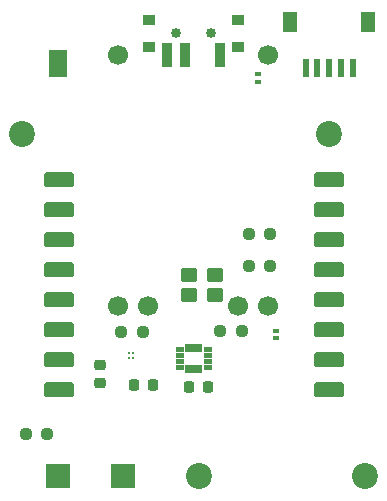
<source format=gts>
G04 #@! TF.GenerationSoftware,KiCad,Pcbnew,9.0.2*
G04 #@! TF.CreationDate,2025-06-28T15:28:43-07:00*
G04 #@! TF.ProjectId,bert_slime_tracker,62657274-5f73-46c6-996d-655f74726163,rev?*
G04 #@! TF.SameCoordinates,Original*
G04 #@! TF.FileFunction,Soldermask,Top*
G04 #@! TF.FilePolarity,Negative*
%FSLAX46Y46*%
G04 Gerber Fmt 4.6, Leading zero omitted, Abs format (unit mm)*
G04 Created by KiCad (PCBNEW 9.0.2) date 2025-06-28 15:28:43*
%MOMM*%
%LPD*%
G01*
G04 APERTURE LIST*
G04 Aperture macros list*
%AMRoundRect*
0 Rectangle with rounded corners*
0 $1 Rounding radius*
0 $2 $3 $4 $5 $6 $7 $8 $9 X,Y pos of 4 corners*
0 Add a 4 corners polygon primitive as box body*
4,1,4,$2,$3,$4,$5,$6,$7,$8,$9,$2,$3,0*
0 Add four circle primitives for the rounded corners*
1,1,$1+$1,$2,$3*
1,1,$1+$1,$4,$5*
1,1,$1+$1,$6,$7*
1,1,$1+$1,$8,$9*
0 Add four rect primitives between the rounded corners*
20,1,$1+$1,$2,$3,$4,$5,0*
20,1,$1+$1,$4,$5,$6,$7,0*
20,1,$1+$1,$6,$7,$8,$9,0*
20,1,$1+$1,$8,$9,$2,$3,0*%
G04 Aperture macros list end*
%ADD10C,0.010000*%
%ADD11R,1.500000X1.000000*%
%ADD12R,0.600000X0.400000*%
%ADD13C,0.250000*%
%ADD14RoundRect,0.237500X0.250000X0.237500X-0.250000X0.237500X-0.250000X-0.237500X0.250000X-0.237500X0*%
%ADD15RoundRect,0.225000X0.225000X0.250000X-0.225000X0.250000X-0.225000X-0.250000X0.225000X-0.250000X0*%
%ADD16C,2.200000*%
%ADD17RoundRect,0.237500X-0.250000X-0.237500X0.250000X-0.237500X0.250000X0.237500X-0.250000X0.237500X0*%
%ADD18R,0.600000X1.550000*%
%ADD19R,1.200000X1.800000*%
%ADD20R,2.000000X2.000000*%
%ADD21RoundRect,0.190500X-1.079500X-0.444500X1.079500X-0.444500X1.079500X0.444500X-1.079500X0.444500X0*%
%ADD22RoundRect,0.225000X-0.250000X0.225000X-0.250000X-0.225000X0.250000X-0.225000X0.250000X0.225000X0*%
%ADD23C,1.700000*%
%ADD24C,0.850000*%
%ADD25R,0.900000X2.000000*%
%ADD26R,1.100000X0.930000*%
%ADD27RoundRect,0.250000X0.450000X0.350000X-0.450000X0.350000X-0.450000X-0.350000X0.450000X-0.350000X0*%
G04 APERTURE END LIST*
G36*
X129250000Y-74400000D02*
G01*
X127750000Y-74400000D01*
X127750000Y-74700000D01*
X129250000Y-74700000D01*
X129250000Y-74400000D01*
G37*
D10*
X139125000Y-98925000D02*
X138550000Y-98925000D01*
X138550000Y-98575000D01*
X139125000Y-98575000D01*
X139125000Y-98925000D01*
G36*
X139125000Y-98925000D02*
G01*
X138550000Y-98925000D01*
X138550000Y-98575000D01*
X139125000Y-98575000D01*
X139125000Y-98925000D01*
G37*
X139125000Y-99425000D02*
X138550000Y-99425000D01*
X138550000Y-99075000D01*
X139125000Y-99075000D01*
X139125000Y-99425000D01*
G36*
X139125000Y-99425000D02*
G01*
X138550000Y-99425000D01*
X138550000Y-99075000D01*
X139125000Y-99075000D01*
X139125000Y-99425000D01*
G37*
X139125000Y-99925000D02*
X138550000Y-99925000D01*
X138550000Y-99575000D01*
X139125000Y-99575000D01*
X139125000Y-99925000D01*
G36*
X139125000Y-99925000D02*
G01*
X138550000Y-99925000D01*
X138550000Y-99575000D01*
X139125000Y-99575000D01*
X139125000Y-99925000D01*
G37*
X139125000Y-100425000D02*
X138550000Y-100425000D01*
X138550000Y-100075000D01*
X139125000Y-100075000D01*
X139125000Y-100425000D01*
G36*
X139125000Y-100425000D02*
G01*
X138550000Y-100425000D01*
X138550000Y-100075000D01*
X139125000Y-100075000D01*
X139125000Y-100425000D01*
G37*
X139675000Y-98875000D02*
X139325000Y-98875000D01*
X139325000Y-98300000D01*
X139675000Y-98300000D01*
X139675000Y-98875000D01*
G36*
X139675000Y-98875000D02*
G01*
X139325000Y-98875000D01*
X139325000Y-98300000D01*
X139675000Y-98300000D01*
X139675000Y-98875000D01*
G37*
X139675000Y-100700000D02*
X139325000Y-100700000D01*
X139325000Y-100125000D01*
X139675000Y-100125000D01*
X139675000Y-100700000D01*
G36*
X139675000Y-100700000D02*
G01*
X139325000Y-100700000D01*
X139325000Y-100125000D01*
X139675000Y-100125000D01*
X139675000Y-100700000D01*
G37*
X140175000Y-98875000D02*
X139825000Y-98875000D01*
X139825000Y-98300000D01*
X140175000Y-98300000D01*
X140175000Y-98875000D01*
G36*
X140175000Y-98875000D02*
G01*
X139825000Y-98875000D01*
X139825000Y-98300000D01*
X140175000Y-98300000D01*
X140175000Y-98875000D01*
G37*
X140175000Y-100700000D02*
X139825000Y-100700000D01*
X139825000Y-100125000D01*
X140175000Y-100125000D01*
X140175000Y-100700000D01*
G36*
X140175000Y-100700000D02*
G01*
X139825000Y-100700000D01*
X139825000Y-100125000D01*
X140175000Y-100125000D01*
X140175000Y-100700000D01*
G37*
X140675000Y-98875000D02*
X140325000Y-98875000D01*
X140325000Y-98300000D01*
X140675000Y-98300000D01*
X140675000Y-98875000D01*
G36*
X140675000Y-98875000D02*
G01*
X140325000Y-98875000D01*
X140325000Y-98300000D01*
X140675000Y-98300000D01*
X140675000Y-98875000D01*
G37*
X140675000Y-100700000D02*
X140325000Y-100700000D01*
X140325000Y-100125000D01*
X140675000Y-100125000D01*
X140675000Y-100700000D01*
G36*
X140675000Y-100700000D02*
G01*
X140325000Y-100700000D01*
X140325000Y-100125000D01*
X140675000Y-100125000D01*
X140675000Y-100700000D01*
G37*
X141450000Y-98925000D02*
X140875000Y-98925000D01*
X140875000Y-98575000D01*
X141450000Y-98575000D01*
X141450000Y-98925000D01*
G36*
X141450000Y-98925000D02*
G01*
X140875000Y-98925000D01*
X140875000Y-98575000D01*
X141450000Y-98575000D01*
X141450000Y-98925000D01*
G37*
X141450000Y-99425000D02*
X140875000Y-99425000D01*
X140875000Y-99075000D01*
X141450000Y-99075000D01*
X141450000Y-99425000D01*
G36*
X141450000Y-99425000D02*
G01*
X140875000Y-99425000D01*
X140875000Y-99075000D01*
X141450000Y-99075000D01*
X141450000Y-99425000D01*
G37*
X141450000Y-99925000D02*
X140875000Y-99925000D01*
X140875000Y-99575000D01*
X141450000Y-99575000D01*
X141450000Y-99925000D01*
G36*
X141450000Y-99925000D02*
G01*
X140875000Y-99925000D01*
X140875000Y-99575000D01*
X141450000Y-99575000D01*
X141450000Y-99925000D01*
G37*
X141450000Y-100425000D02*
X140875000Y-100425000D01*
X140875000Y-100075000D01*
X141450000Y-100075000D01*
X141450000Y-100425000D01*
G36*
X141450000Y-100425000D02*
G01*
X140875000Y-100425000D01*
X140875000Y-100075000D01*
X141450000Y-100075000D01*
X141450000Y-100425000D01*
G37*
D11*
X128500000Y-73900000D03*
X128500000Y-75200000D03*
D12*
X147000000Y-97820000D03*
X147000000Y-97180000D03*
D13*
X134900000Y-99500000D03*
X134500000Y-99500000D03*
X134900000Y-99100000D03*
X134500000Y-99100000D03*
D12*
X145500000Y-76120000D03*
X145500000Y-75480000D03*
D14*
X144112500Y-97200000D03*
X142287500Y-97200000D03*
D15*
X141200000Y-102000000D03*
X139650000Y-102000000D03*
D16*
X125500000Y-80500000D03*
D17*
X144675000Y-89000000D03*
X146500000Y-89000000D03*
D18*
X153500000Y-74940000D03*
X152500000Y-74940000D03*
X151500000Y-74940000D03*
X150500000Y-74940000D03*
X149500000Y-74940000D03*
D19*
X154800000Y-71060000D03*
X148200000Y-71060000D03*
D20*
X128500000Y-109500000D03*
D21*
X128610000Y-84440000D03*
X128610000Y-86980000D03*
X128610000Y-89520000D03*
X128610000Y-92060000D03*
X128610000Y-94600000D03*
X128610000Y-97140000D03*
X128610000Y-99680000D03*
X128610000Y-102220000D03*
X151470000Y-84440000D03*
X151470000Y-86980000D03*
X151470000Y-89520000D03*
X151470000Y-92060000D03*
X151470000Y-94600000D03*
X151470000Y-97140000D03*
X151470000Y-99680000D03*
X151470000Y-102220000D03*
D22*
X132100000Y-100100000D03*
X132100000Y-101650000D03*
D16*
X151500000Y-80500000D03*
D17*
X144675000Y-91750000D03*
X146500000Y-91750000D03*
D23*
X146350000Y-73840000D03*
X133650000Y-73840000D03*
X146350000Y-95110000D03*
X143810000Y-95110000D03*
X136190000Y-95110000D03*
X133650000Y-95110000D03*
D24*
X141500000Y-72000000D03*
X138500000Y-72000000D03*
D25*
X142250000Y-73850000D03*
X139250000Y-73850000D03*
X137750000Y-73850000D03*
D26*
X136200000Y-73140000D03*
X136200000Y-70870000D03*
X143800000Y-70870000D03*
X143800000Y-73140000D03*
D20*
X134000000Y-109500000D03*
D17*
X133900000Y-97300000D03*
X135725000Y-97300000D03*
D16*
X154500000Y-109500000D03*
X140500000Y-109500000D03*
D15*
X136550000Y-101800000D03*
X135000000Y-101800000D03*
D27*
X141800000Y-92450000D03*
X139600000Y-92450000D03*
X139600000Y-94150000D03*
X141800000Y-94150000D03*
D14*
X127612500Y-105900000D03*
X125787500Y-105900000D03*
M02*

</source>
